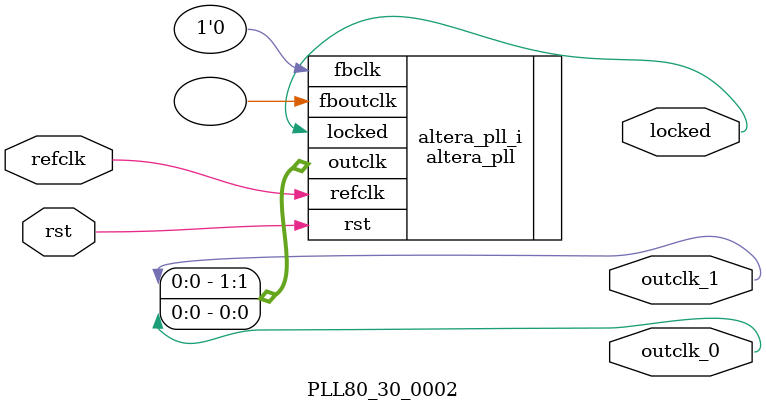
<source format=v>
`timescale 1ns/10ps
module  PLL80_30_0002(

	// interface 'refclk'
	input wire refclk,

	// interface 'reset'
	input wire rst,

	// interface 'outclk0'
	output wire outclk_0,

	// interface 'outclk1'
	output wire outclk_1,

	// interface 'locked'
	output wire locked
);

	altera_pll #(
		.fractional_vco_multiplier("false"),
		.reference_clock_frequency("12.0 MHz"),
		.operation_mode("normal"),
		.number_of_clocks(2),
		.output_clock_frequency0("80.000000 MHz"),
		.phase_shift0("0 ps"),
		.duty_cycle0(50),
		.output_clock_frequency1("30.000000 MHz"),
		.phase_shift1("0 ps"),
		.duty_cycle1(50),
		.output_clock_frequency2("0 MHz"),
		.phase_shift2("0 ps"),
		.duty_cycle2(50),
		.output_clock_frequency3("0 MHz"),
		.phase_shift3("0 ps"),
		.duty_cycle3(50),
		.output_clock_frequency4("0 MHz"),
		.phase_shift4("0 ps"),
		.duty_cycle4(50),
		.output_clock_frequency5("0 MHz"),
		.phase_shift5("0 ps"),
		.duty_cycle5(50),
		.output_clock_frequency6("0 MHz"),
		.phase_shift6("0 ps"),
		.duty_cycle6(50),
		.output_clock_frequency7("0 MHz"),
		.phase_shift7("0 ps"),
		.duty_cycle7(50),
		.output_clock_frequency8("0 MHz"),
		.phase_shift8("0 ps"),
		.duty_cycle8(50),
		.output_clock_frequency9("0 MHz"),
		.phase_shift9("0 ps"),
		.duty_cycle9(50),
		.output_clock_frequency10("0 MHz"),
		.phase_shift10("0 ps"),
		.duty_cycle10(50),
		.output_clock_frequency11("0 MHz"),
		.phase_shift11("0 ps"),
		.duty_cycle11(50),
		.output_clock_frequency12("0 MHz"),
		.phase_shift12("0 ps"),
		.duty_cycle12(50),
		.output_clock_frequency13("0 MHz"),
		.phase_shift13("0 ps"),
		.duty_cycle13(50),
		.output_clock_frequency14("0 MHz"),
		.phase_shift14("0 ps"),
		.duty_cycle14(50),
		.output_clock_frequency15("0 MHz"),
		.phase_shift15("0 ps"),
		.duty_cycle15(50),
		.output_clock_frequency16("0 MHz"),
		.phase_shift16("0 ps"),
		.duty_cycle16(50),
		.output_clock_frequency17("0 MHz"),
		.phase_shift17("0 ps"),
		.duty_cycle17(50),
		.pll_type("General"),
		.pll_subtype("General")
	) altera_pll_i (
		.rst	(rst),
		.outclk	({outclk_1, outclk_0}),
		.locked	(locked),
		.fboutclk	( ),
		.fbclk	(1'b0),
		.refclk	(refclk)
	);
endmodule


</source>
